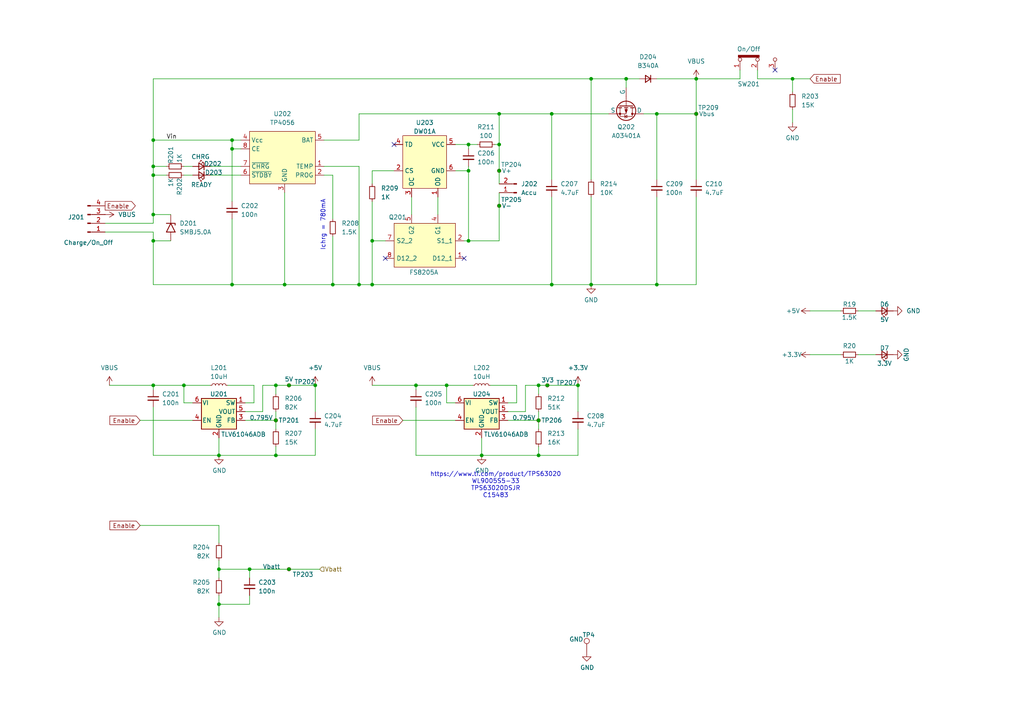
<source format=kicad_sch>
(kicad_sch (version 20241209) (generator "eeschema") (generator_version "9.0")
  (paper "A4")
  (lib_symbols
    (symbol "+5V_1" (power) (pin_numbers (hide yes)) (pin_names (offset 0) (hide yes))
      (property "Value" "+5V" (at 0 3.556 0))
      (symbol "+5V_1_0_1"
        (polyline (pts (xy -0.762 1.27) (xy 0 2.54)))
        (polyline (pts (xy 0 2.54) (xy 0.762 1.27)))
        (polyline (pts (xy 0 0) (xy 0 2.54)))
      )
      (symbol "+5V_1_1_1"
        (pin power_in line (at 0 0 90) (length 0) (name "~") (number "1"))
      )
    )
    (symbol "Connector:Conn_01x02_Pin" (pin_names (offset 1.016) (hide yes))
      (property "Reference" "J" (at 0 2.54 0))
      (property "Value" "Conn_01x02_Pin" (at 0 -5.08 0))
      (symbol "Conn_01x02_Pin_1_1"
        (rectangle (start 0.8636 0.127) (end 0 -0.127) (stroke (width 0.1524)) (fill (type outline)))
        (rectangle (start 0.8636 -2.413) (end 0 -2.667) (stroke (width 0.1524)) (fill (type outline)))
        (polyline (pts (xy 1.27 0) (xy 0.8636 0)) (stroke (width 0.1524)))
        (polyline (pts (xy 1.27 -2.54) (xy 0.8636 -2.54)) (stroke (width 0.1524)))
        (pin passive line (at 5.08 0 180) (length 3.81) (name "Pin_1") (number "1"))
        (pin passive line (at 5.08 -2.54 180) (length 3.81) (name "Pin_2") (number "2"))
      )
    )
    (symbol "Connector:Conn_01x04_Pin" (pin_names (offset 1.016) (hide yes))
      (property "Reference" "J" (at 0 5.08 0))
      (property "Value" "Conn_01x04_Pin" (at 0 -7.62 0))
      (symbol "Conn_01x04_Pin_1_1"
        (rectangle (start 0.8636 2.667) (end 0 2.413) (stroke (width 0.1524)) (fill (type outline)))
        (rectangle (start 0.8636 0.127) (end 0 -0.127) (stroke (width 0.1524)) (fill (type outline)))
        (rectangle (start 0.8636 -2.413) (end 0 -2.667) (stroke (width 0.1524)) (fill (type outline)))
        (rectangle (start 0.8636 -4.953) (end 0 -5.207) (stroke (width 0.1524)) (fill (type outline)))
        (polyline (pts (xy 1.27 2.54) (xy 0.8636 2.54)) (stroke (width 0.1524)))
        (polyline (pts (xy 1.27 0) (xy 0.8636 0)) (stroke (width 0.1524)))
        (polyline (pts (xy 1.27 -2.54) (xy 0.8636 -2.54)) (stroke (width 0.1524)))
        (polyline (pts (xy 1.27 -5.08) (xy 0.8636 -5.08)) (stroke (width 0.1524)))
        (pin passive line (at 5.08 2.54 180) (length 3.81) (name "Pin_1") (number "1"))
        (pin passive line (at 5.08 0 180) (length 3.81) (name "Pin_2") (number "2"))
        (pin passive line (at 5.08 -2.54 180) (length 3.81) (name "Pin_3") (number "3"))
        (pin passive line (at 5.08 -5.08 180) (length 3.81) (name "Pin_4") (number "4"))
      )
    )
    (symbol "Connector:TestPoint" (pin_numbers (hide yes)) (pin_names (offset 0.762) (hide yes))
      (property "Reference" "TP" (at 0 6.858 0))
      (property "Value" "TestPoint" (at 0 5.08 0))
      (symbol "TestPoint_0_1"
        (circle (center 0 3.302) (radius 0.762))
      )
      (symbol "TestPoint_1_1"
        (pin passive line (at 0 0 90) (length 2.54) (name "1") (number "1"))
      )
    )
    (symbol "Connector:TestPoint_Small" (pin_numbers (hide yes)) (pin_names (offset 0.762) (hide yes))
      (property "Reference" "TP" (at 0 3.81 0))
      (property "Value" "TestPoint_Small" (at 0 2.032 0))
      (symbol "TestPoint_Small_0_1"
        (circle (center 0 0) (radius 0.508))
      )
      (symbol "TestPoint_Small_1_1"
        (pin passive line (at 0 0 90) (length 0) (name "1") (number "1"))
      )
    )
    (symbol "Device:C_Small" (pin_numbers (hide yes)) (pin_names (offset 0.254) (hide yes))
      (property "Reference" "C" (at 0.254 1.778 0))
      (property "Value" "C_Small" (at 0.254 -2.032 0))
      (symbol "C_Small_0_1"
        (polyline (pts (xy -1.524 0.508) (xy 1.524 0.508)) (stroke (width 0.3048)))
        (polyline (pts (xy -1.524 -0.508) (xy 1.524 -0.508)) (stroke (width 0.3302)))
      )
      (symbol "C_Small_1_1"
        (pin passive line (at 0 2.54 270) (length 2.032) (name "~") (number "1"))
        (pin passive line (at 0 -2.54 90) (length 2.032) (name "~") (number "2"))
      )
    )
    (symbol "Device:D_Small" (pin_numbers (hide yes)) (pin_names (offset 0.254) (hide yes))
      (property "Reference" "D" (at -1.27 2.032 0))
      (property "Value" "D_Small" (at -3.81 -2.032 0))
      (symbol "D_Small_0_1"
        (polyline (pts (xy -0.762 0) (xy 0.762 0)))
        (polyline (pts (xy -0.762 -1.016) (xy -0.762 1.016)) (stroke (width 0.254)))
        (polyline (pts (xy 0.762 -1.016) (xy -0.762 0) (xy 0.762 1.016) (xy 0.762 -1.016)) (stroke (width 0.254)))
      )
      (symbol "D_Small_1_1"
        (pin passive line (at -2.54 0 0) (length 1.778) (name "K") (number "1"))
        (pin passive line (at 2.54 0 180) (length 1.778) (name "A") (number "2"))
      )
    )
    (symbol "Device:LED_Small" (pin_numbers (hide yes)) (pin_names (offset 0.254) (hide yes))
      (property "Reference" "D" (at -1.27 3.175 0))
      (property "Value" "LED_Small" (at -4.445 -2.54 0))
      (symbol "LED_Small_0_1"
        (polyline (pts (xy -0.762 -1.016) (xy -0.762 1.016)) (stroke (width 0.254)))
        (polyline (pts (xy 0 0.762) (xy -0.508 1.27) (xy -0.254 1.27) (xy -0.508 1.27) (xy -0.508 1.016)))
        (polyline (pts (xy 0.508 1.27) (xy 0 1.778) (xy 0.254 1.778) (xy 0 1.778) (xy 0 1.524)))
        (polyline (pts (xy 0.762 -1.016) (xy -0.762 0) (xy 0.762 1.016) (xy 0.762 -1.016)) (stroke (width 0.254)))
        (polyline (pts (xy 1.016 0) (xy -0.762 0)))
      )
      (symbol "LED_Small_1_1"
        (pin passive line (at -2.54 0 0) (length 1.778) (name "K") (number "1"))
        (pin passive line (at 2.54 0 180) (length 1.778) (name "A") (number "2"))
      )
    )
    (symbol "Device:L_Small" (pin_numbers (hide yes)) (pin_names (offset 0.254) (hide yes))
      (property "Reference" "L" (at 0.762 1.016 0))
      (property "Value" "L_Small" (at 0.762 -1.016 0))
      (symbol "L_Small_0_1"
        (arc (start 0 2.032) (mid 0.5058 1.524) (end 0 1.016))
        (arc (start 0 1.016) (mid 0.5058 0.508) (end 0 0))
        (arc (start 0 0) (mid 0.5058 -0.508) (end 0 -1.016))
        (arc (start 0 -1.016) (mid 0.5058 -1.524) (end 0 -2.032))
      )
      (symbol "L_Small_1_1"
        (pin passive line (at 0 2.54 270) (length 0.508) (name "~") (number "1"))
        (pin passive line (at 0 -2.54 90) (length 0.508) (name "~") (number "2"))
      )
    )
    (symbol "Device:R_Small" (pin_numbers (hide yes)) (pin_names (offset 0.254) (hide yes))
      (property "Reference" "R" (at 0.762 0.508 0))
      (property "Value" "R_Small" (at 0.762 -1.016 0))
      (symbol "R_Small_0_1"
        (rectangle (start -0.762 1.778) (end 0.762 -1.778) (stroke (width 0.2032)))
      )
      (symbol "R_Small_1_1"
        (pin passive line (at 0 2.54 270) (length 0.762) (name "~") (number "1"))
        (pin passive line (at 0 -2.54 90) (length 0.762) (name "~") (number "2"))
      )
    )
    (symbol "Diode:SM6T7V5A" (pin_numbers (hide yes)) (pin_names (offset 1.016) (hide yes))
      (property "Reference" "D" (at 0 2.54 0))
      (property "Value" "SM6T7V5A" (at 0 -2.54 0))
      (symbol "SM6T7V5A_0_1"
        (polyline (pts (xy -0.762 1.27) (xy -1.27 1.27) (xy -1.27 -1.27)) (stroke (width 0.254)))
        (polyline (pts (xy 1.27 1.27) (xy 1.27 -1.27) (xy -1.27 0) (xy 1.27 1.27)) (stroke (width 0.254)))
      )
      (symbol "SM6T7V5A_1_1"
        (pin passive line (at -3.81 0 0) (length 2.54) (name "A1") (number "1"))
        (pin passive line (at 3.81 0 180) (length 2.54) (name "A2") (number "2"))
      )
    )
    (symbol "NicE:DW01A"
      (property "Reference" "U" (at 0 7.366 0))
      (symbol "DW01A_1_1"
        (rectangle (start -6.35 6.35) (end 6.35 -8.89) (fill (type background)))
        (pin input line (at -8.89 3.81 0) (length 2.54) (name "TD") (number "4"))
        (pin input line (at -8.89 -3.81 0) (length 2.54) (name "CS") (number "2"))
        (pin output line (at -3.81 -11.43 90) (length 2.54) (name "OC") (number "3"))
        (pin output line (at 3.81 -11.43 90) (length 2.54) (name "OD") (number "1"))
        (pin input line (at 8.89 3.81 180) (length 2.54) (name "VCC") (number "5"))
        (pin output line (at 8.89 -3.81 180) (length 2.54) (name "GND") (number "6"))
      )
    )
    (symbol "NicE:FS8205A" (pin_names (offset 0.762))
      (property "Reference" "Q" (at -1.27 5.08 0))
      (property "Value" "FS8205A" (at -3.81 -1.27 0))
      (symbol "FS8205A_0_0"
        (pin unspecified line (at -11.43 -3.81 0) (length 2.45) (name "D12_1") (number "1"))
        (pin unspecified line (at -3.81 8.89 270) (length 2.45) (name "G1") (number "4"))
        (pin unspecified line (at 3.81 8.89 270) (length 2.45) (name "G2") (number "5"))
        (pin unspecified line (at 11.43 -3.81 180) (length 2.45) (name "D12_2") (number "8"))
      )
      (symbol "FS8205A_0_1"
        (polyline (pts (xy -8.89 6.35) (xy 8.89 6.35) (xy 8.89 -6.35) (xy -8.89 -6.35) (xy -8.89 6.35)) (stroke (width 0.1524)) (fill (type background)))
      )
      (symbol "FS8205A_1_0"
        (pin unspecified line (at -11.43 1.27 0) (length 2.45) (name "S1_1") (number "2"))
        (pin unspecified line (at 11.43 1.27 180) (length 2.45) (hide yes) (name "S2_2") (number "6"))
        (pin unspecified line (at 11.43 1.27 180) (length 2.45) (name "S2_2") (number "7"))
      )
      (symbol "FS8205A_1_1"
        (pin input line (at -11.43 1.27 0) (length 2.54) (hide yes) (name "S1_1") (number "3"))
      )
    )
    (symbol "NicE:SW_slide_SP"
      (property "Reference" "SW" (at 1.524 6.858 0))
      (property "Value" "?" (at 2.54 0 0))
      (symbol "SW_slide_SP_0_0"
        (circle (center 0.508 5.08) (radius 0.508))
        (circle (center 0.508 -5.08) (radius 0.508))
      )
      (symbol "SW_slide_SP_0_1"
        (circle (center 0.508 0) (radius 0.508))
      )
      (symbol "SW_slide_SP_1_1"
        (rectangle (start 1.143 5.588) (end 1.778 -0.508) (fill (type outline)))
        (pin passive line (at -2.54 5.08 0) (length 2.54) (name "") (number "1"))
        (pin passive line (at -2.54 0 0) (length 2.54) (name "") (number "2"))
        (pin passive line (at -2.54 -5.08 0) (length 2.54) (name "") (number "3"))
      )
    )
    (symbol "NicE:TP4056"
      (property "Reference" "U" (at 0 6.35 0))
      (property "Value" "TP4056" (at 0 0 0))
      (symbol "TP4056_0_1"
        (rectangle (start -10.16 7.62) (end 8.89 -7.62) (fill (type background)))
      )
      (symbol "TP4056_1_1"
        (pin power_in line (at -12.7 5.08 0) (length 2.54) (name "Vcc") (number "4"))
        (pin power_in line (at -12.7 5.08 0) (length 2.54) (hide yes) (name "PAD") (number "9"))
        (pin passive line (at -12.7 2.54 0) (length 2.54) (name "CE") (number "8"))
        (pin open_collector line (at -12.7 -2.54 0) (length 2.54) (name "~{CHRG}") (number "7"))
        (pin open_collector line (at -12.7 -5.08 0) (length 2.54) (name "~{STDBY}") (number "6"))
        (pin passive line (at 0 -10.16 90) (length 2.54) (name "GND") (number "3"))
        (pin output line (at 11.43 5.08 180) (length 2.54) (name "BAT") (number "5"))
        (pin passive line (at 11.43 -2.54 180) (length 2.54) (name "TEMP") (number "1"))
        (pin passive line (at 11.43 -5.08 180) (length 2.54) (name "PROG") (number "2"))
      )
    )
    (symbol "Regulator_Switching:TLV61046ADB" (pin_names (offset 0.254))
      (property "Reference" "U" (at -5.08 7.62 0))
      (property "Value" "TLV61046ADB" (at 0 7.62 0))
      (symbol "TLV61046ADB_0_1"
        (rectangle (start -5.08 6.35) (end 5.08 -2.54) (stroke (width 0.254)) (fill (type background)))
      )
      (symbol "TLV61046ADB_1_1"
        (pin power_in line (at -7.62 5.08 0) (length 2.54) (name "VI") (number "6"))
        (pin input line (at -7.62 0 0) (length 2.54) (name "EN") (number "4"))
        (pin power_in line (at 0 -5.08 90) (length 2.54) (name "GND") (number "2"))
        (pin power_in line (at 7.62 5.08 180) (length 2.54) (name "SW") (number "1"))
        (pin power_out line (at 7.62 2.54 180) (length 2.54) (name "VOUT") (number "5"))
        (pin input line (at 7.62 0 180) (length 2.54) (name "FB") (number "3"))
      )
    )
    (symbol "Simulation_SPICE:PMOS" (pin_numbers (hide yes)) (pin_names (offset 0))
      (property "Reference" "Q" (at 5.08 1.27 0))
      (property "Value" "PMOS" (at 5.08 -1.27 0))
      (symbol "PMOS_0_1"
        (polyline (pts (xy 0.254 1.905) (xy 0.254 -1.905)) (stroke (width 0.254)))
        (polyline (pts (xy 0.254 0) (xy -2.54 0)))
        (polyline (pts (xy 0.762 2.286) (xy 0.762 1.27)) (stroke (width 0.254)))
        (polyline (pts (xy 0.762 1.778) (xy 3.302 1.778) (xy 3.302 -1.778) (xy 0.762 -1.778)))
        (polyline (pts (xy 0.762 0.508) (xy 0.762 -0.508)) (stroke (width 0.254)))
        (polyline (pts (xy 0.762 -1.27) (xy 0.762 -2.286)) (stroke (width 0.254)))
        (circle (center 1.651 0) (radius 2.794) (stroke (width 0.254)))
        (polyline (pts (xy 2.286 0) (xy 1.27 0.381) (xy 1.27 -0.381) (xy 2.286 0)) (fill (type outline)))
        (polyline (pts (xy 2.54 2.54) (xy 2.54 1.778)))
        (circle (center 2.54 1.778) (radius 0.254) (fill (type outline)))
        (circle (center 2.54 -1.778) (radius 0.254) (fill (type outline)))
        (polyline (pts (xy 2.54 -2.54) (xy 2.54 0) (xy 0.762 0)))
        (polyline (pts (xy 2.794 -0.508) (xy 2.921 -0.381) (xy 3.683 -0.381) (xy 3.81 -0.254)))
        (polyline (pts (xy 3.302 -0.381) (xy 2.921 0.254) (xy 3.683 0.254) (xy 3.302 -0.381)))
      )
      (symbol "PMOS_1_1"
        (pin input line (at -5.08 0 0) (length 2.54) (name "G") (number "2"))
        (pin passive line (at 2.54 5.08 270) (length 2.54) (name "D") (number "1"))
        (pin passive line (at 2.54 -5.08 90) (length 2.54) (name "S") (number "3"))
      )
    )
    (symbol "power:+3.3V" (power) (pin_names (offset 0))
      (property "Value" "+3.3V" (at 0 3.556 0))
      (symbol "+3.3V_0_1"
        (polyline (pts (xy -0.762 1.27) (xy 0 2.54)))
        (polyline (pts (xy 0 2.54) (xy 0.762 1.27)))
        (polyline (pts (xy 0 0) (xy 0 2.54)))
      )
      (symbol "+3.3V_1_1"
        (pin power_in line (at 0 0 90) (length 0) (hide yes) (name "+3.3V") (number "1"))
      )
    )
    (symbol "power:+5V" (power) (pin_names (offset 0))
      (property "Value" "+5V" (at 0 3.556 0))
      (symbol "+5V_0_1"
        (polyline (pts (xy -0.762 1.27) (xy 0 2.54)))
        (polyline (pts (xy 0 2.54) (xy 0.762 1.27)))
        (polyline (pts (xy 0 0) (xy 0 2.54)))
      )
      (symbol "+5V_1_1"
        (pin power_in line (at 0 0 90) (length 0) (hide yes) (name "+5V") (number "1"))
      )
    )
    (symbol "power:GND" (power) (pin_names (offset 0))
      (property "Value" "GND" (at 0 -3.81 0))
      (symbol "GND_0_1"
        (polyline (pts (xy 0 0) (xy 0 -1.27) (xy 1.27 -1.27) (xy 0 -2.54) (xy -1.27 -1.27) (xy 0 -1.27)))
      )
      (symbol "GND_1_1"
        (pin power_in line (at 0 0 270) (length 0) (hide yes) (name "GND") (number "1"))
      )
    )
    (symbol "power:VBUS" (power) (pin_numbers (hide yes)) (pin_names (offset 0) (hide yes))
      (property "Value" "VBUS" (at 0 3.556 0))
      (symbol "VBUS_0_1"
        (polyline (pts (xy -0.762 1.27) (xy 0 2.54)))
        (polyline (pts (xy 0 2.54) (xy 0.762 1.27)))
        (polyline (pts (xy 0 0) (xy 0 2.54)))
      )
      (symbol "VBUS_1_1"
        (pin power_in line (at 0 0 90) (length 0) (name "~") (number "1"))
      )
    )
  )
  (text "https://www.ti.com/product/TPS63020\nWL9005S5-33\nTPS63020DSJR\nC15483\n" (at 143.764 140.716 0) (effects (font (size 1.27 1.27))))
  (text "Ichrg = 780mA" (at 93.726 65.278 90) (effects (font (size 1.27 1.27))))
  (junction (at 107.95 69.85))
  (junction (at 229.87 22.86))
  (junction (at 91.44 111.76))
  (junction (at 67.31 82.55))
  (junction (at 120.65 111.76))
  (junction (at 44.45 69.85))
  (junction (at 158.75 111.76))
  (junction (at 72.39 165.1))
  (junction (at 67.31 43.18))
  (junction (at 82.55 82.55))
  (junction (at 63.5 175.26))
  (junction (at 156.21 132.08))
  (junction (at 135.89 69.85))
  (junction (at 80.01 132.08))
  (junction (at 144.78 49.53))
  (junction (at 144.78 41.91))
  (junction (at 63.5 132.08))
  (junction (at 80.01 121.92))
  (junction (at 167.64 111.76))
  (junction (at 171.45 82.55))
  (junction (at 83.82 111.76))
  (junction (at 144.78 33.02))
  (junction (at 135.89 49.53))
  (junction (at 44.45 48.26))
  (junction (at 139.7 132.08))
  (junction (at 129.54 111.76))
  (junction (at 83.82 165.1))
  (junction (at 107.95 82.55))
  (junction (at 135.89 41.91))
  (junction (at 96.52 82.55))
  (junction (at 44.45 40.64))
  (junction (at 201.93 22.86))
  (junction (at 156.21 111.76))
  (junction (at 190.5 82.55))
  (junction (at 156.21 121.92))
  (junction (at 160.02 82.55))
  (junction (at 80.01 111.76))
  (junction (at 44.45 111.76))
  (junction (at 53.34 111.76))
  (junction (at 63.5 165.1))
  (junction (at 44.45 62.23))
  (junction (at 104.14 82.55))
  (junction (at 181.61 22.86))
  (junction (at 67.31 40.64))
  (junction (at 44.45 50.8))
  (junction (at 171.45 22.86))
  (junction (at 201.93 33.02))
  (junction (at 160.02 33.02))
  (junction (at 190.5 33.02))
  (junction (at 144.78 59.69))
  (no_connect (at 111.76 74.93))
  (no_connect (at 114.3 41.91))
  (no_connect (at 224.79 20.32))
  (no_connect (at 134.62 74.93))
  (wire (pts (xy 147.32 119.38) (xy 152.4 119.38)))
  (wire (pts (xy 144.78 59.69) (xy 144.78 69.85)))
  (wire (pts (xy 152.4 119.38) (xy 152.4 111.76)))
  (wire (pts (xy 144.78 49.53) (xy 144.78 53.34)))
  (wire (pts (xy 135.89 41.91) (xy 138.43 41.91)))
  (wire (pts (xy 190.5 57.15) (xy 190.5 82.55)))
  (wire (pts (xy 69.85 43.18) (xy 67.31 43.18)))
  (wire (pts (xy 91.44 124.46) (xy 91.44 132.08)))
  (wire (pts (xy 44.45 69.85) (xy 44.45 82.55)))
  (wire (pts (xy 156.21 121.92) (xy 156.21 124.46)))
  (wire (pts (xy 67.31 63.5) (xy 67.31 82.55)))
  (wire (pts (xy 149.86 116.84) (xy 147.32 116.84)))
  (wire (pts (xy 248.92 102.87) (xy 254 102.87)))
  (wire (pts (xy 107.95 58.42) (xy 107.95 69.85)))
  (wire (pts (xy 60.96 50.8) (xy 69.85 50.8)))
  (wire (pts (xy 158.75 111.76) (xy 167.64 111.76)))
  (wire (pts (xy 44.45 67.31) (xy 44.45 69.85)))
  (wire (pts (xy 63.5 162.56) (xy 63.5 165.1)))
  (wire (pts (xy 114.3 49.53) (xy 107.95 49.53)))
  (wire (pts (xy 144.78 33.02) (xy 160.02 33.02)))
  (wire (pts (xy 107.95 69.85) (xy 111.76 69.85)))
  (wire (pts (xy 71.12 119.38) (xy 76.2 119.38)))
  (wire (pts (xy 53.34 111.76) (xy 53.34 116.84)))
  (wire (pts (xy 149.86 111.76) (xy 149.86 116.84)))
  (wire (pts (xy 219.71 20.32) (xy 219.71 22.86)))
  (wire (pts (xy 107.95 49.53) (xy 107.95 53.34)))
  (wire (pts (xy 44.45 111.76) (xy 44.45 113.03)))
  (wire (pts (xy 76.2 111.76) (xy 80.01 111.76)))
  (wire (pts (xy 82.55 55.88) (xy 82.55 82.55)))
  (wire (pts (xy 80.01 121.92) (xy 80.01 124.46)))
  (wire (pts (xy 93.98 40.64) (xy 104.14 40.64)))
  (wire (pts (xy 229.87 26.67) (xy 229.87 22.86)))
  (wire (pts (xy 120.65 118.11) (xy 120.65 132.08)))
  (wire (pts (xy 63.5 175.26) (xy 63.5 179.07)))
  (wire (pts (xy 44.45 48.26) (xy 48.26 48.26)))
  (wire (pts (xy 181.61 22.86) (xy 185.42 22.86)))
  (wire (pts (xy 67.31 43.18) (xy 67.31 58.42)))
  (wire (pts (xy 201.93 22.86) (xy 201.93 33.02)))
  (wire (pts (xy 71.12 121.92) (xy 80.01 121.92)))
  (wire (pts (xy 44.45 118.11) (xy 44.45 132.08)))
  (wire (pts (xy 80.01 121.92) (xy 80.01 119.38)))
  (wire (pts (xy 144.78 55.88) (xy 144.78 59.69)))
  (wire (pts (xy 120.65 111.76) (xy 129.54 111.76)))
  (wire (pts (xy 60.96 111.76) (xy 53.34 111.76)))
  (wire (pts (xy 135.89 49.53) (xy 135.89 48.26)))
  (wire (pts (xy 135.89 69.85) (xy 144.78 69.85)))
  (wire (pts (xy 73.66 111.76) (xy 73.66 116.84)))
  (wire (pts (xy 53.34 48.26) (xy 55.88 48.26)))
  (wire (pts (xy 44.45 111.76) (xy 53.34 111.76)))
  (wire (pts (xy 44.45 132.08) (xy 63.5 132.08)))
  (wire (pts (xy 80.01 111.76) (xy 83.82 111.76)))
  (wire (pts (xy 139.7 132.08) (xy 139.7 127)))
  (wire (pts (xy 67.31 40.64) (xy 69.85 40.64)))
  (wire (pts (xy 143.51 41.91) (xy 144.78 41.91)))
  (wire (pts (xy 144.78 41.91) (xy 144.78 49.53)))
  (wire (pts (xy 135.89 49.53) (xy 135.89 69.85)))
  (wire (pts (xy 156.21 121.92) (xy 156.21 119.38)))
  (wire (pts (xy 160.02 57.15) (xy 160.02 82.55)))
  (wire (pts (xy 167.64 119.38) (xy 167.64 111.76)))
  (wire (pts (xy 248.92 90.17) (xy 254 90.17)))
  (wire (pts (xy 147.32 121.92) (xy 156.21 121.92)))
  (wire (pts (xy 83.82 111.76) (xy 91.44 111.76)))
  (wire (pts (xy 142.24 111.76) (xy 149.86 111.76)))
  (wire (pts (xy 31.75 111.76) (xy 44.45 111.76)))
  (wire (pts (xy 44.45 40.64) (xy 67.31 40.64)))
  (wire (pts (xy 190.5 33.02) (xy 201.93 33.02)))
  (wire (pts (xy 171.45 22.86) (xy 171.45 52.07)))
  (wire (pts (xy 104.14 40.64) (xy 104.14 33.02)))
  (wire (pts (xy 186.69 33.02) (xy 190.5 33.02)))
  (wire (pts (xy 190.5 82.55) (xy 171.45 82.55)))
  (wire (pts (xy 53.34 50.8) (xy 55.88 50.8)))
  (wire (pts (xy 44.45 50.8) (xy 48.26 50.8)))
  (wire (pts (xy 91.44 132.08) (xy 80.01 132.08)))
  (wire (pts (xy 134.62 69.85) (xy 135.89 69.85)))
  (wire (pts (xy 119.38 62.23) (xy 119.38 57.15)))
  (wire (pts (xy 96.52 63.5) (xy 96.52 50.8)))
  (wire (pts (xy 129.54 111.76) (xy 129.54 116.84)))
  (wire (pts (xy 201.93 82.55) (xy 190.5 82.55)))
  (wire (pts (xy 190.5 22.86) (xy 201.93 22.86)))
  (wire (pts (xy 104.14 48.26) (xy 104.14 82.55)))
  (wire (pts (xy 72.39 165.1) (xy 83.82 165.1)))
  (wire (pts (xy 171.45 82.55) (xy 160.02 82.55)))
  (wire (pts (xy 72.39 165.1) (xy 72.39 167.64)))
  (wire (pts (xy 120.65 111.76) (xy 120.65 113.03)))
  (wire (pts (xy 152.4 111.76) (xy 156.21 111.76)))
  (wire (pts (xy 181.61 25.4) (xy 181.61 22.86)))
  (wire (pts (xy 60.96 48.26) (xy 69.85 48.26)))
  (wire (pts (xy 44.45 40.64) (xy 44.45 48.26)))
  (wire (pts (xy 167.64 124.46) (xy 167.64 132.08)))
  (wire (pts (xy 44.45 22.86) (xy 44.45 40.64)))
  (wire (pts (xy 127 62.23) (xy 127 57.15)))
  (wire (pts (xy 73.66 116.84) (xy 71.12 116.84)))
  (wire (pts (xy 72.39 172.72) (xy 72.39 175.26)))
  (wire (pts (xy 201.93 57.15) (xy 201.93 82.55)))
  (wire (pts (xy 171.45 57.15) (xy 171.45 82.55)))
  (wire (pts (xy 107.95 111.76) (xy 120.65 111.76)))
  (wire (pts (xy 107.95 69.85) (xy 107.95 82.55)))
  (wire (pts (xy 160.02 33.02) (xy 160.02 52.07)))
  (wire (pts (xy 66.04 111.76) (xy 73.66 111.76)))
  (wire (pts (xy 234.95 90.17) (xy 243.84 90.17)))
  (wire (pts (xy 107.95 82.55) (xy 160.02 82.55)))
  (wire (pts (xy 67.31 82.55) (xy 82.55 82.55)))
  (wire (pts (xy 63.5 165.1) (xy 63.5 167.64)))
  (wire (pts (xy 201.93 22.86) (xy 214.63 22.86)))
  (wire (pts (xy 144.78 41.91) (xy 144.78 33.02)))
  (wire (pts (xy 96.52 82.55) (xy 104.14 82.55)))
  (wire (pts (xy 214.63 20.32) (xy 214.63 22.86)))
  (wire (pts (xy 190.5 33.02) (xy 190.5 52.07)))
  (wire (pts (xy 129.54 116.84) (xy 132.08 116.84)))
  (wire (pts (xy 181.61 22.86) (xy 171.45 22.86)))
  (wire (pts (xy 120.65 132.08) (xy 139.7 132.08)))
  (wire (pts (xy 104.14 33.02) (xy 144.78 33.02)))
  (wire (pts (xy 67.31 40.64) (xy 67.31 43.18)))
  (wire (pts (xy 219.71 22.86) (xy 229.87 22.86)))
  (wire (pts (xy 63.5 152.4) (xy 63.5 157.48)))
  (wire (pts (xy 156.21 111.76) (xy 158.75 111.76)))
  (wire (pts (xy 80.01 132.08) (xy 63.5 132.08)))
  (wire (pts (xy 167.64 132.08) (xy 156.21 132.08)))
  (wire (pts (xy 104.14 82.55) (xy 107.95 82.55)))
  (wire (pts (xy 234.95 22.86) (xy 229.87 22.86)))
  (wire (pts (xy 234.95 102.87) (xy 243.84 102.87)))
  (wire (pts (xy 44.45 50.8) (xy 44.45 62.23)))
  (wire (pts (xy 116.84 121.92) (xy 132.08 121.92)))
  (wire (pts (xy 63.5 172.72) (xy 63.5 175.26)))
  (wire (pts (xy 76.2 119.38) (xy 76.2 111.76)))
  (wire (pts (xy 132.08 49.53) (xy 135.89 49.53)))
  (wire (pts (xy 82.55 82.55) (xy 96.52 82.55)))
  (wire (pts (xy 63.5 165.1) (xy 72.39 165.1)))
  (wire (pts (xy 80.01 129.54) (xy 80.01 132.08)))
  (wire (pts (xy 63.5 132.08) (xy 63.5 127)))
  (wire (pts (xy 96.52 68.58) (xy 96.52 82.55)))
  (wire (pts (xy 171.45 22.86) (xy 44.45 22.86)))
  (wire (pts (xy 137.16 111.76) (xy 129.54 111.76)))
  (wire (pts (xy 96.52 50.8) (xy 93.98 50.8)))
  (wire (pts (xy 40.64 152.4) (xy 63.5 152.4)))
  (wire (pts (xy 44.45 48.26) (xy 44.45 50.8)))
  (wire (pts (xy 156.21 111.76) (xy 156.21 114.3)))
  (wire (pts (xy 53.34 116.84) (xy 55.88 116.84)))
  (wire (pts (xy 80.01 111.76) (xy 80.01 114.3)))
  (wire (pts (xy 44.45 82.55) (xy 67.31 82.55)))
  (wire (pts (xy 201.93 33.02) (xy 201.93 52.07)))
  (wire (pts (xy 176.53 33.02) (xy 160.02 33.02)))
  (wire (pts (xy 229.87 35.56) (xy 229.87 31.75)))
  (wire (pts (xy 93.98 48.26) (xy 104.14 48.26)))
  (wire (pts (xy 44.45 62.23) (xy 49.53 62.23)))
  (wire (pts (xy 44.45 69.85) (xy 49.53 69.85)))
  (wire (pts (xy 72.39 175.26) (xy 63.5 175.26)))
  (wire (pts (xy 156.21 132.08) (xy 139.7 132.08)))
  (wire (pts (xy 30.48 64.77) (xy 44.45 64.77)))
  (wire (pts (xy 83.82 165.1) (xy 92.71 165.1)))
  (wire (pts (xy 44.45 62.23) (xy 44.45 64.77)))
  (wire (pts (xy 132.08 41.91) (xy 135.89 41.91)))
  (wire (pts (xy 30.48 67.31) (xy 44.45 67.31)))
  (wire (pts (xy 40.64 121.92) (xy 55.88 121.92)))
  (wire (pts (xy 156.21 129.54) (xy 156.21 132.08)))
  (wire (pts (xy 91.44 119.38) (xy 91.44 111.76)))
  (wire (pts (xy 135.89 41.91) (xy 135.89 43.18)))
  (label "Vin" (at 48.26 40.64 0))
  (global_label "Enable" (shape input) (at 234.95 22.86 0) (property "Intersheetrefs" "${INTERSHEET_REFS}" (effects (hide yes))))
  (global_label "Enable" (shape input) (at 116.84 121.92 180) (property "Intersheetrefs" "${INTERSHEET_REFS}" (effects (hide yes))))
  (global_label "Enable" (shape input) (at 40.64 152.4 180) (property "Intersheetrefs" "${INTERSHEET_REFS}" (effects (hide yes))))
  (global_label "Enable" (shape output) (at 30.48 59.69 0) (property "Intersheetrefs" "${INTERSHEET_REFS}" (effects (hide yes))))
  (global_label "Enable" (shape input) (at 40.64 121.92 180) (property "Intersheetrefs" "${INTERSHEET_REFS}" (effects (hide yes))))
  (hierarchical_label "Vbatt" (shape input) (at 92.71 165.1 0))
  (symbol (lib_id "power:GND") (at 63.5 132.08 0) (unit 1)
    (property "Reference" "#PWR0214" (effects (hide yes)))
    (property "Value" "GND" (at 63.627 136.4742 0))
  )
  (symbol (lib_id "Regulator_Switching:TLV61046ADB") (at 139.7 121.92 0) (unit 1)
    (property "Reference" "U204" (at 139.7 114.3 0))
    (property "Value" "TLV61046ADB" (at 146.812 125.984 0))
    (property "Footprint" "Package_TO_SOT_SMD:SOT-23-6" (effects (hide yes)))
    (property "Datasheet" "http://www.ti.com/lit/ds/symlink/tlv61046a.pdf" (effects (hide yes)))
    (property "Description" "28-V Output Voltage Boost Converter with Power Diode and Isolation Switch, SOT-23-6" (effects (hide yes)))
    (property "LCSC" "C464815" (effects (hide yes)))
  )
  (symbol (lib_id "NicE:TP4056") (at 82.55 45.72 0) (unit 1)
    (property "Reference" "U202" (at 81.915 33.02 0))
    (property "Value" "TP4056" (at 81.915 35.56 0))
    (property "Footprint" "Package_SO:Diodes_PSOP-8" (effects (hide yes)))
    (property "Datasheet" "https://dlnmh9ip6v2uc.cloudfront.net/datasheets/Prototyping/TP4056.pdf" (effects (hide yes)))
    (property "LCSC" "C16581" (effects (hide yes)))
  )
  (symbol (lib_id "power:+3.3V") (at 234.95 102.87 90) (unit 1)
    (property "Reference" "#PWR0211" (effects (hide yes)))
    (property "Value" "+3.3V" (at 226.695 102.87 90) (effects (justify right)))
    (instances (project "NIKOLA-02-E-001_PCAScannerController_R1" (path "" (reference "#PWR020") (unit 1))) (project "Robuoy-Top" (path "" (reference "#PWR0211") (unit 1))))
  )
  (symbol (lib_id "Connector:TestPoint_Small") (at 201.93 33.02 0) (unit 1) (in_bom no)
    (property "Reference" "TP209" (at 202.438 31.242 0) (effects (justify left)))
    (property "Value" "Vbus" (at 202.692 33.02 0) (effects (justify left)))
    (property "Footprint" "A_Pads_Pins:Testpad_1.4" (effects (hide yes)))
    (property "Description" "test point" (effects (hide yes)))
  )
  (symbol (lib_id "power:VBUS") (at 31.75 111.76 0) (unit 1)
    (property "Reference" "#PWR0202" (effects (hide yes)))
    (property "Value" "VBUS" (at 31.75 106.68 0))
    (property "Description" "Power symbol creates a global label with name \"VBUS\"" (effects (hide yes)))
  )
  (symbol (lib_id "Simulation_SPICE:PMOS") (at 181.61 30.48 270) (unit 1)
    (property "Reference" "Q202" (at 181.61 36.83 90))
    (property "Value" "A03401A" (at 181.61 39.37 90))
    (property "Footprint" "Package_TO_SOT_SMD:SOT-23" (effects (hide yes)))
    (property "Datasheet" "https://ngspice.sourceforge.io/docs/ngspice-html-manual/manual.xhtml#cha_MOSFETs" (effects (hide yes)))
    (property "Description" "P-MOSFET transistor, drain/source/gate" (effects (hide yes)))
    (property "Sim.Device" "PMOS" (effects (hide yes)))
    (property "Sim.Type" "VDMOS" (effects (hide yes)))
    (property "Sim.Pins" "1=D 2=G 3=S" (effects (hide yes)))
    (property "LCSC" "C15127" (effects (hide yes)))
  )
  (symbol (lib_id "power:GND") (at 229.87 35.56 0) (unit 1)
    (property "Reference" "#PWR0216" (effects (hide yes)))
    (property "Value" "GND" (at 229.87 40.005 0))
  )
  (symbol (lib_id "Connector:TestPoint_Small") (at 156.21 121.92 0) (unit 1) (in_bom no)
    (property "Reference" "TP206" (at 156.972 121.92 0) (effects (justify left)))
    (property "Value" "0.795V" (at 148.59 121.158 0) (effects (justify left)))
    (property "Footprint" "A_Pads_Pins:Testpad_1.4" (effects (hide yes)))
    (property "Description" "test point" (effects (hide yes)))
  )
  (symbol (lib_id "power:GND") (at 63.5 179.07 0) (unit 1)
    (property "Reference" "#PWR0203" (effects (hide yes)))
    (property "Value" "GND" (at 63.627 183.4642 0))
  )
  (symbol (lib_id "Device:R_Small") (at 156.21 116.84 0) (unit 1)
    (property "Reference" "R212" (at 158.75 115.5699 0) (effects (justify left)))
    (property "Value" "51K" (at 158.75 118.1099 0) (effects (justify left)))
    (property "Footprint" "A_Device:R_0603" (effects (hide yes)))
    (property "Description" "Resistor, small symbol" (effects (hide yes)))
    (property "LCSC" "C23196" (effects (hide yes)))
  )
  (symbol (lib_id "Device:R_Small") (at 156.21 127 0) (unit 1)
    (property "Reference" "R213" (at 158.75 125.7299 0) (effects (justify left)))
    (property "Value" "16K" (at 158.75 128.2699 0) (effects (justify left)))
    (property "Footprint" "A_Device:R_0603" (effects (hide yes)))
    (property "Description" "Resistor, small symbol" (effects (hide yes)))
    (property "LCSC" "C4210" (effects (hide yes)))
  )
  (symbol (lib_id "NicE:FS8205A") (at 123.19 71.12 0) (mirror y) (unit 1)
    (property "Reference" "Q201" (at 115.316 62.992 0))
    (property "Value" "FS8205A" (at 122.936 78.994 0))
    (property "Footprint" "Package_SO:TSSOP-8_4.4x3mm_P0.65mm" (effects (hide yes)))
    (property "Datasheet" "http://www.ic-fortune.com/upload/Download/FS8205A-DS-12_EN.pdf" (effects (hide yes)))
    (property "Description" "dual n-channel enhancement mode power MOFSET" (effects (hide yes)))
    (property "Height" "1.2" (effects (hide yes)))
    (property "Manufacturer_Name" "SII Semiconductor" (effects (hide yes)))
    (property "Manufacturer_Part_Number" "FS8205A" (effects (hide yes)))
    (property "LCSC" "C16052" (effects (hide yes)))
  )
  (symbol (lib_id "Device:C_Small") (at 135.89 45.72 0) (unit 1)
    (property "Reference" "C206" (at 138.43 44.4562 0) (effects (justify left)))
    (property "Value" "100n" (at 138.43 46.9962 0) (effects (justify left)))
    (property "Footprint" "A_Device:C_0603" (effects (hide yes)))
    (property "Description" "Unpolarized capacitor, small symbol" (effects (hide yes)))
    (property "LCSC" "C14663" (effects (hide yes)))
  )
  (symbol (lib_name "+5V_1") (lib_id "power:+5V") (at 91.44 111.76 0) (unit 1)
    (property "Reference" "#PWR0204" (effects (hide yes)))
    (property "Value" "+5V" (at 91.44 106.68 0))
    (property "Description" "Power symbol creates a global label with name \"+5V\"" (effects (hide yes)))
  )
  (symbol (lib_id "NicE:SW_slide_SP") (at 219.71 17.78 90) (unit 1)
    (property "Reference" "SW201" (at 217.17 24.384 90))
    (property "Value" "On/Off" (at 217.17 14.224 90))
    (property "Footprint" "A_Connector:SS-12D10L5" (effects (hide yes)))
    (property "LCSC" "C319012" (effects (hide yes)))
  )
  (symbol (lib_id "Device:R_Small") (at 50.8 48.26 90) (unit 1)
    (property "Reference" "R201" (at 49.53 47.498 0) (effects (justify left)))
    (property "Value" "1K" (at 52.07 47.244 0) (effects (justify left)))
    (property "Footprint" "A_Device:R_0603" (effects (hide yes)))
    (property "Description" "Resistor, small symbol" (effects (hide yes)))
    (property "LCSC" "C21190" (effects (hide yes)))
  )
  (symbol (lib_id "power:GND") (at 259.08 102.87 90) (unit 1)
    (property "Reference" "#PWR0213" (effects (hide yes)))
    (property "Value" "GND" (at 262.89 102.87 0))
    (instances (project "NIKOLA-02-E-001_PCAScannerController_R1" (path "" (reference "#PWR024") (unit 1))) (project "Robuoy-Top" (path "" (reference "#PWR0213") (unit 1))))
  )
  (symbol (lib_id "Regulator_Switching:TLV61046ADB") (at 63.5 121.92 0) (unit 1)
    (property "Reference" "U201" (at 63.5 114.3 0))
    (property "Value" "TLV61046ADB" (at 70.612 125.984 0))
    (property "Footprint" "Package_TO_SOT_SMD:SOT-23-6" (effects (hide yes)))
    (property "Datasheet" "http://www.ti.com/lit/ds/symlink/tlv61046a.pdf" (effects (hide yes)))
    (property "Description" "28-V Output Voltage Boost Converter with Power Diode and Isolation Switch, SOT-23-6" (effects (hide yes)))
    (property "LCSC" "C464815" (effects (hide yes)))
  )
  (symbol (lib_id "power:VBUS") (at 201.93 22.86 0) (unit 1)
    (property "Reference" "#PWR0209" (effects (hide yes)))
    (property "Value" "VBUS" (at 201.93 17.78 0))
    (property "Description" "Power symbol creates a global label with name \"VBUS\"" (effects (hide yes)))
  )
  (symbol (lib_id "Device:LED_Small") (at 256.54 90.17 180) (unit 1)
    (property "Reference" "D205" (at 256.54 88.265 0))
    (property "Value" "5V" (at 256.54 92.71 0))
    (property "Footprint" "A_Device:LED_0805" (effects (hide yes)))
    (property "Datasheet" "https://datasheet.lcsc.com/szlcsc/Hubei-KENTO-Elec-KT-0603R_C2286.pdf" (effects (hide yes)))
    (property "LCSC" "C2297" (effects (hide yes)))
    (instances (project "NIKOLA-02-E-001_PCAScannerController_R1" (path "" (reference "D6") (unit 1))) (project "Robuoy-Top" (path "" (reference "D205") (unit 1))))
  )
  (symbol (lib_id "Connector:TestPoint_Small") (at 83.82 165.1 0) (unit 1) (in_bom no)
    (property "Reference" "TP203" (at 84.836 166.624 0) (effects (justify left)))
    (property "Value" "Vbatt" (at 76.2 164.338 0) (effects (justify left)))
    (property "Footprint" "A_Pads_Pins:Testpad_1.4" (effects (hide yes)))
    (property "Description" "test point" (effects (hide yes)))
  )
  (symbol (lib_id "power:GND") (at 139.7 132.08 0) (unit 1)
    (property "Reference" "#PWR0215" (effects (hide yes)))
    (property "Value" "GND" (at 139.827 136.4742 0))
  )
  (symbol (lib_id "Device:C_Small") (at 120.65 115.57 0) (unit 1)
    (property "Reference" "C205" (at 123.19 114.3062 0) (effects (justify left)))
    (property "Value" "100n" (at 123.19 116.8462 0) (effects (justify left)))
    (property "Footprint" "A_Device:C_0603" (effects (hide yes)))
    (property "Description" "Unpolarized capacitor, small symbol" (effects (hide yes)))
    (property "LCSC" "C14663" (effects (hide yes)))
  )
  (symbol (lib_id "Connector:TestPoint_Small") (at 144.78 59.69 0) (unit 1) (in_bom no)
    (property "Reference" "TP205" (at 145.288 57.912 0) (effects (justify left)))
    (property "Value" "V-" (at 145.542 59.69 0) (effects (justify left)))
    (property "Footprint" "A_Pads_Pins:Testpad_1.4" (effects (hide yes)))
    (property "Description" "test point" (effects (hide yes)))
  )
  (symbol (lib_id "Device:R_Small") (at 107.95 55.88 0) (unit 1)
    (property "Reference" "R209" (at 110.49 54.6099 0) (effects (justify left)))
    (property "Value" "1K" (at 110.49 57.1499 0) (effects (justify left)))
    (property "Footprint" "A_Device:R_0603" (effects (hide yes)))
    (property "Description" "Resistor, small symbol" (effects (hide yes)))
    (property "LCSC" "C21190" (effects (hide yes)))
  )
  (symbol (lib_id "Diode:SM6T7V5A") (at 49.53 66.04 270) (unit 1)
    (property "Reference" "D201" (at 52.07 64.7699 90) (effects (justify left)))
    (property "Value" "SMBJ5.0A" (at 52.07 67.3099 90) (effects (justify left)))
    (property "Footprint" "Diode_SMD:D_SMB" (effects (hide yes)))
    (property "LCSC" "C110528" (effects (hide yes)))
  )
  (symbol (lib_id "power:VBUS") (at 107.95 111.76 0) (unit 1)
    (property "Reference" "#PWR0205" (effects (hide yes)))
    (property "Value" "VBUS" (at 107.95 106.68 0))
    (property "Description" "Power symbol creates a global label with name \"VBUS\"" (effects (hide yes)))
  )
  (symbol (lib_id "Connector:TestPoint_Small") (at 158.75 111.76 0) (unit 1) (in_bom no)
    (property "Reference" "TP207" (at 161.29 110.998 0) (effects (justify left)))
    (property "Value" "3V3" (at 156.972 110.236 0) (effects (justify left)))
    (property "Footprint" "A_Pads_Pins:Testpad_1.4" (effects (hide yes)))
    (property "Description" "test point" (effects (hide yes)))
  )
  (symbol (lib_id "Connector:Conn_01x02_Pin") (at 149.86 55.88 180) (unit 1)
    (property "Reference" "J202" (at 151.13 53.3399 0) (effects (justify right)))
    (property "Value" "Accu" (at 151.13 55.8799 0) (effects (justify right)))
    (property "Footprint" "Connector_JST:JST_XH_B2B-XH-A_1x02_P2.50mm_Vertical" (effects (hide yes)))
    (property "Description" "Generic connector, single row, 01x02, script generated" (effects (hide yes)))
    (property "LCSC" "C5341201" (effects (hide yes)))
  )
  (symbol (lib_id "Device:C_Small") (at 160.02 54.61 0) (unit 1)
    (property "Reference" "C207" (at 162.56 53.3462 0) (effects (justify left)))
    (property "Value" "4.7uF" (at 162.56 55.8862 0) (effects (justify left)))
    (property "Footprint" "A_Device:C_1206_(1.6)" (effects (hide yes)))
    (property "Description" "Unpolarized capacitor, small symbol" (effects (hide yes)))
    (property "LCSC" "C29823" (effects (hide yes)))
  )
  (symbol (lib_id "Device:R_Small") (at 63.5 170.18 0) (mirror y) (unit 1)
    (property "Reference" "R205" (at 60.96 168.9099 0) (effects (justify left)))
    (property "Value" "82K" (at 60.96 171.4499 0) (effects (justify left)))
    (property "Footprint" "A_Device:R_0603" (effects (hide yes)))
    (property "Description" "Resistor, small symbol" (effects (hide yes)))
    (property "LCSC" "C23254" (effects (hide yes)))
  )
  (symbol (lib_id "Device:R_Small") (at 140.97 41.91 90) (unit 1)
    (property "Reference" "R211" (at 140.97 36.83 90))
    (property "Value" "100" (at 140.97 39.37 90))
    (property "Footprint" "A_Device:R_0603" (effects (hide yes)))
    (property "Description" "Resistor, small symbol" (effects (hide yes)))
    (property "LCSC" "C22775" (effects (hide yes)))
  )
  (symbol (lib_id "Device:R_Small") (at 246.38 102.87 270) (unit 1)
    (property "Reference" "R216" (at 246.38 100.33 90))
    (property "Value" "1K" (at 246.38 104.775 90))
    (property "Footprint" "A_Device:R_0603" (effects (hide yes)))
    (property "LCSC" "C21190" (effects (hide yes)))
    (instances (project "NIKOLA-02-E-001_PCAScannerController_R1" (path "" (reference "R20") (unit 1))) (project "Robuoy-Top" (path "" (reference "R216") (unit 1))))
  )
  (symbol (lib_id "Device:D_Small") (at 187.96 22.86 0) (mirror y) (unit 1)
    (property "Reference" "D204" (at 187.96 16.51 0))
    (property "Value" "B340A" (at 187.96 19.05 0))
    (property "Footprint" "Diode_SMD:D_SMA" (effects (hide yes)))
    (property "Description" "Diode, small symbol" (effects (hide yes)))
    (property "Sim.Device" "D" (effects (hide yes)))
    (property "Sim.Pins" "1=K 2=A" (effects (hide yes)))
    (property "LCSC" "C85098" (effects (hide yes)))
  )
  (symbol (lib_name "+5V_1") (lib_id "power:+5V") (at 167.64 111.76 0) (unit 1)
    (property "Reference" "#PWR0206" (effects (hide yes)))
    (property "Value" "+3.3V" (at 167.64 106.68 0))
    (property "Description" "Power symbol creates a global label with name \"+5V\"" (effects (hide yes)))
  )
  (symbol (lib_id "power:GND") (at 170.18 189.23 0) (unit 1)
    (property "Reference" "#PWR0207" (effects (hide yes)))
    (property "Value" "GND" (at 170.307 193.6242 0))
    (instances (project "Smartbox4.0_V1.3" (path "" (reference "#PWR07") (unit 1))) (project "Robuoy-Top" (path "" (reference "#PWR0207") (unit 1))))
  )
  (symbol (lib_id "Device:C_Small") (at 44.45 115.57 0) (unit 1)
    (property "Reference" "C201" (at 46.99 114.3062 0) (effects (justify left)))
    (property "Value" "100n" (at 46.99 116.8462 0) (effects (justify left)))
    (property "Footprint" "A_Device:C_0603" (effects (hide yes)))
    (property "Description" "Unpolarized capacitor, small symbol" (effects (hide yes)))
    (property "LCSC" "C14663" (effects (hide yes)))
  )
  (symbol (lib_id "Device:C_Small") (at 190.5 54.61 0) (unit 1)
    (property "Reference" "C209" (at 193.04 53.3462 0) (effects (justify left)))
    (property "Value" "100n" (at 193.04 55.8862 0) (effects (justify left)))
    (property "Footprint" "A_Device:C_0603" (effects (hide yes)))
    (property "Description" "Unpolarized capacitor, small symbol" (effects (hide yes)))
    (property "LCSC" "C14663" (effects (hide yes)))
  )
  (symbol (lib_id "Device:R_Small") (at 246.38 90.17 90) (unit 1)
    (property "Reference" "R215" (at 246.38 88.265 90))
    (property "Value" "1.5K" (at 246.38 92.075 90))
    (property "Footprint" "A_Device:R_0603" (effects (hide yes)))
    (property "LCSC" "C22843" (effects (hide yes)))
    (instances (project "NIKOLA-02-E-001_PCAScannerController_R1" (path "" (reference "R19") (unit 1))) (project "Robuoy-Top" (path "" (reference "R215") (unit 1))))
  )
  (symbol (lib_id "Device:R_Small") (at 80.01 116.84 0) (unit 1)
    (property "Reference" "R206" (at 82.55 115.5699 0) (effects (justify left)))
    (property "Value" "82K" (at 82.55 118.1099 0) (effects (justify left)))
    (property "Footprint" "A_Device:R_0603" (effects (hide yes)))
    (property "Description" "Resistor, small symbol" (effects (hide yes)))
    (property "LCSC" "C23254" (effects (hide yes)))
  )
  (symbol (lib_id "Device:R_Small") (at 50.8 50.8 270) (unit 1)
    (property "Reference" "R202" (at 52.07 51.562 0) (effects (justify left)))
    (property "Value" "1K" (at 49.53 51.562 0) (effects (justify left)))
    (property "Footprint" "A_Device:R_0603" (effects (hide yes)))
    (property "Description" "Resistor, small symbol" (effects (hide yes)))
    (property "LCSC" "C21190" (effects (hide yes)))
  )
  (symbol (lib_id "Device:LED_Small") (at 256.54 102.87 180) (unit 1)
    (property "Reference" "D206" (at 256.54 100.965 0))
    (property "Value" "3.3V" (at 256.54 105.41 0))
    (property "Footprint" "A_Device:LED_0805" (effects (hide yes)))
    (property "Datasheet" "https://datasheet.lcsc.com/szlcsc/Hubei-KENTO-Elec-KT-0603R_C2286.pdf" (effects (hide yes)))
    (property "LCSC" "C2297" (effects (hide yes)))
    (instances (project "NIKOLA-02-E-001_PCAScannerController_R1" (path "" (reference "D7") (unit 1))) (project "Robuoy-Top" (path "" (reference "D206") (unit 1))))
  )
  (symbol (lib_id "Connector:TestPoint_Small") (at 83.82 111.76 0) (unit 1) (in_bom no)
    (property "Reference" "TP202" (at 85.344 110.744 0) (effects (justify left)))
    (property "Value" "5V" (at 82.55 109.982 0) (effects (justify left)))
    (property "Footprint" "A_Pads_Pins:Testpoint_0.9x1.5" (effects (hide yes)))
    (property "Description" "test point" (effects (hide yes)))
  )
  (symbol (lib_id "Device:C_Small") (at 201.93 54.61 0) (unit 1)
    (property "Reference" "C210" (at 204.47 53.3462 0) (effects (justify left)))
    (property "Value" "4.7uF" (at 204.47 55.8862 0) (effects (justify left)))
    (property "Footprint" "A_Device:C_1206_(1.6)" (effects (hide yes)))
    (property "Description" "Unpolarized capacitor, small symbol" (effects (hide yes)))
    (property "LCSC" "C29823" (effects (hide yes)))
  )
  (symbol (lib_id "Device:C_Small") (at 72.39 170.18 0) (unit 1)
    (property "Reference" "C203" (at 74.93 168.9162 0) (effects (justify left)))
    (property "Value" "100n" (at 74.93 171.4562 0) (effects (justify left)))
    (property "Footprint" "A_Device:C_0603" (effects (hide yes)))
    (property "Description" "Unpolarized capacitor, small symbol" (effects (hide yes)))
    (property "LCSC" "C14663" (effects (hide yes)))
  )
  (symbol (lib_id "Device:LED_Small") (at 58.42 48.26 0) (mirror y) (unit 1)
    (property "Reference" "D202" (at 61.722 47.498 0))
    (property "Value" "CHRG" (at 58.166 45.466 0))
    (property "Footprint" "A_Device:LED_0603" (effects (hide yes)))
    (property "Description" "Light emitting diode, small symbol" (effects (hide yes)))
    (property "LCSC" "C2286" (effects (hide yes)))
  )
  (symbol (lib_id "Device:LED_Small") (at 58.42 50.8 180) (unit 1)
    (property "Reference" "D203" (at 61.976 50.038 0))
    (property "Value" "READY" (at 58.42 53.594 0))
    (property "Footprint" "A_Device:LED_0805" (effects (hide yes)))
    (property "Description" "Light emitting diode, small symbol" (effects (hide yes)))
    (property "LCSC" "C2297" (effects (hide yes)))
  )
  (symbol (lib_id "Device:C_Small") (at 91.44 121.92 0) (unit 1)
    (property "Reference" "C204" (at 93.98 120.6562 0) (effects (justify left)))
    (property "Value" "4.7uF" (at 93.98 123.1962 0) (effects (justify left)))
    (property "Footprint" "A_Device:C_1206_(1.6)" (effects (hide yes)))
    (property "Description" "Unpolarized capacitor, small symbol" (effects (hide yes)))
    (property "LCSC" "C29823" (effects (hide yes)))
  )
  (symbol (lib_id "Device:R_Small") (at 80.01 127 0) (unit 1)
    (property "Reference" "R207" (at 82.55 125.7299 0) (effects (justify left)))
    (property "Value" "15K" (at 82.55 128.2699 0) (effects (justify left)))
    (property "Footprint" "A_Device:R_0603" (effects (hide yes)))
    (property "Description" "Resistor, small symbol" (effects (hide yes)))
    (property "LCSC" "C22809" (effects (hide yes)))
  )
  (symbol (lib_id "Connector:TestPoint") (at 170.18 189.23 0) (unit 1) (in_bom no)
    (property "Reference" "TP208" (at 168.91 184.15 0) (effects (justify left)))
    (property "Value" "GND" (at 165.1 185.42 0) (effects (justify left)))
    (property "Footprint" "A_Pads_Pins:Testpoint_0.9x1.5" (effects (hide yes)))
    (property "Farnell" "-" (effects (hide yes)))
    (instances (project "Smartbox4.0_V1.3" (path "" (reference "TP4") (unit 1))) (project "Robuoy-Top" (path "" (reference "TP208") (unit 1))))
  )
  (symbol (lib_id "power:GND") (at 259.08 90.17 90) (unit 1)
    (property "Reference" "#PWR0212" (effects (hide yes)))
    (property "Value" "GND" (at 262.89 90.1699 90) (effects (justify right)))
    (instances (project "NIKOLA-02-E-001_PCAScannerController_R1" (path "" (reference "#PWR023") (unit 1))) (project "Robuoy-Top" (path "" (reference "#PWR0212") (unit 1))))
  )
  (symbol (lib_id "Connector:Conn_01x04_Pin") (at 25.4 64.77 0) (mirror x) (unit 1)
    (property "Reference" "J201" (at 22.098 62.992 0))
    (property "Value" "Charge/On_Off" (at 25.654 70.358 0))
    (property "Footprint" "Connector_JST:JST_XH_B4B-XH-A_1x04_P2.50mm_Vertical" (effects (hide yes)))
    (property "Description" "Generic connector, single row, 01x04, script generated" (effects (hide yes)))
    (property "LCSC" "C5341203" (effects (hide yes)))
  )
  (symbol (lib_id "Device:L_Small") (at 139.7 111.76 90) (unit 1)
    (property "Reference" "L202" (at 139.7 106.68 90))
    (property "Value" "10uH" (at 139.7 109.22 90))
    (property "Footprint" "A_Device:FTC252012S" (effects (hide yes)))
    (property "Datasheet" "https://wmsc.lcsc.com/wmsc/upload/file/pdf/v2/lcsc/2306021632_cjiang--Changjiang-Microelectronics-Tech-FTC252012S100MBCA_C5832376.pdf" (effects (hide yes)))
    (property "Description" "Inductor, small symbol" (effects (hide yes)))
    (property "LCSC" "C5832376" (effects (hide yes)))
  )
  (symbol (lib_id "Device:C_Small") (at 67.31 60.96 0) (unit 1)
    (property "Reference" "C202" (at 69.85 59.6962 0) (effects (justify left)))
    (property "Value" "100n" (at 69.85 62.2362 0) (effects (justify left)))
    (property "Footprint" "A_Device:C_0603" (effects (hide yes)))
    (property "Description" "Unpolarized capacitor, small symbol" (effects (hide yes)))
    (property "LCSC" "C14663" (effects (hide yes)))
  )
  (symbol (lib_id "Device:C_Small") (at 167.64 121.92 0) (unit 1)
    (property "Reference" "C208" (at 170.18 120.6562 0) (effects (justify left)))
    (property "Value" "4.7uF" (at 170.18 123.1962 0) (effects (justify left)))
    (property "Footprint" "A_Device:C_1206_(1.6)" (effects (hide yes)))
    (property "Description" "Unpolarized capacitor, small symbol" (effects (hide yes)))
    (property "LCSC" "C29823" (effects (hide yes)))
  )
  (symbol (lib_id "Device:R_Small") (at 63.5 160.02 0) (mirror y) (unit 1)
    (property "Reference" "R204" (at 60.96 158.7499 0) (effects (justify left)))
    (property "Value" "82K" (at 60.96 161.2899 0) (effects (justify left)))
    (property "Footprint" "A_Device:R_0603" (effects (hide yes)))
    (property "Description" "Resistor, small symbol" (effects (hide yes)))
    (property "LCSC" "C23254" (effects (hide yes)))
  )
  (symbol (lib_id "power:VBUS") (at 30.48 62.23 270) (unit 1)
    (property "Reference" "#PWR0201" (effects (hide yes)))
    (property "Value" "VBUS" (at 34.29 62.2299 90) (effects (justify left)))
    (property "Description" "Power symbol creates a global label with name \"VBUS\"" (effects (hide yes)))
  )
  (symbol (lib_id "Connector:TestPoint_Small") (at 80.01 121.92 0) (unit 1) (in_bom no)
    (property "Reference" "TP201" (at 80.772 121.92 0) (effects (justify left)))
    (property "Value" "0.795V" (at 72.39 121.158 0) (effects (justify left)))
    (property "Footprint" "A_Pads_Pins:Testpad_1.4" (effects (hide yes)))
    (property "Description" "test point" (effects (hide yes)))
  )
  (symbol (lib_id "NicE:DW01A") (at 123.19 45.72 0) (unit 1)
    (property "Reference" "U203" (at 123.19 35.56 0))
    (property "Value" "DW01A" (at 123.19 38.1 0))
    (property "Footprint" "Package_TO_SOT_SMD:SOT-23-6" (effects (hide yes)))
    (property "Datasheet" "https://hmsemi.com/downfile/DW01A.PDF" (effects (hide yes)))
    (property "LCSC" "C2927799" (effects (hide yes)))
  )
  (symbol (lib_id "Device:R_Small") (at 229.87 29.21 0) (unit 1)
    (property "Reference" "R203" (at 232.41 27.9399 0) (effects (justify left)))
    (property "Value" "15K" (at 232.41 30.4799 0) (effects (justify left)))
    (property "Footprint" "A_Device:R_0603" (effects (hide yes)))
    (property "Description" "Resistor, small symbol" (effects (hide yes)))
    (property "LCSC" "C22809" (effects (hide yes)))
  )
  (symbol (lib_id "power:+5V") (at 234.95 90.17 90) (unit 1)
    (property "Reference" "#PWR0210" (effects (hide yes)))
    (property "Value" "+5V" (at 227.965 90.17 90) (effects (justify right)))
    (instances (project "NIKOLA-02-E-001_PCAScannerController_R1" (path "" (reference "#PWR019") (unit 1))) (project "Robuoy-Top" (path "" (reference "#PWR0210") (unit 1))))
  )
  (symbol (lib_id "Device:R_Small") (at 171.45 54.61 0) (unit 1)
    (property "Reference" "R214" (at 173.99 53.3399 0) (effects (justify left)))
    (property "Value" "10K" (at 173.99 55.8799 0) (effects (justify left)))
    (property "Footprint" "A_Device:R_0603" (effects (hide yes)))
    (property "Description" "Resistor, small symbol" (effects (hide yes)))
    (property "LCSC" "C25804" (effects (hide yes)))
  )
  (symbol (lib_id "Device:L_Small") (at 63.5 111.76 90) (unit 1)
    (property "Reference" "L201" (at 63.5 106.68 90))
    (property "Value" "10uH" (at 63.5 109.22 90))
    (property "Footprint" "A_Device:FTC252012S" (effects (hide yes)))
    (property "Datasheet" "https://wmsc.lcsc.com/wmsc/upload/file/pdf/v2/lcsc/2306021632_cjiang--Changjiang-Microelectronics-Tech-FTC252012S100MBCA_C5832376.pdf" (effects (hide yes)))
    (property "Description" "Inductor, small symbol" (effects (hide yes)))
    (property "LCSC" "C5832376" (effects (hide yes)))
  )
  (symbol (lib_id "power:GND") (at 171.45 82.55 0) (unit 1)
    (property "Reference" "#PWR0208" (effects (hide yes)))
    (property "Value" "GND" (at 171.45 86.995 0))
  )
  (symbol (lib_id "Device:R_Small") (at 96.52 66.04 0) (unit 1)
    (property "Reference" "R208" (at 99.06 64.7699 0) (effects (justify left)))
    (property "Value" "1.5K" (at 99.06 67.3099 0) (effects (justify left)))
    (property "Footprint" "A_Device:R_0603" (effects (hide yes)))
    (property "Description" "Resistor, small symbol" (effects (hide yes)))
    (property "LCSC" "C22843" (effects (hide yes)))
  )
  (symbol (lib_id "Connector:TestPoint_Small") (at 144.78 49.53 0) (unit 1) (in_bom no)
    (property "Reference" "TP204" (at 145.288 47.752 0) (effects (justify left)))
    (property "Value" "V+" (at 145.542 49.53 0) (effects (justify left)))
    (property "Footprint" "A_Pads_Pins:Testpad_1.4" (effects (hide yes)))
    (property "Description" "test point" (effects (hide yes)))
  )
)
</source>
